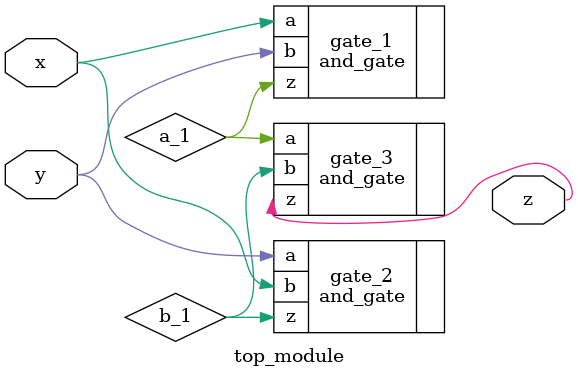
<source format=sv>
module top_module(
	input x,
	input y,
	output z);

	// Define internal signals
	wire a_1, a_2, b_1, b_2;

	// Instantiate gates
	and_gate gate_1 (
		.a(x),
		.b(y),
		.z(a_1)
	);

	and_gate gate_2 (
		.a(y),
		.b(x),
		.z(b_1)
	);

	and_gate gate_3 (
		.a(a_1),
		.b(b_1),
		.z(z)
	);

endmodule

</source>
